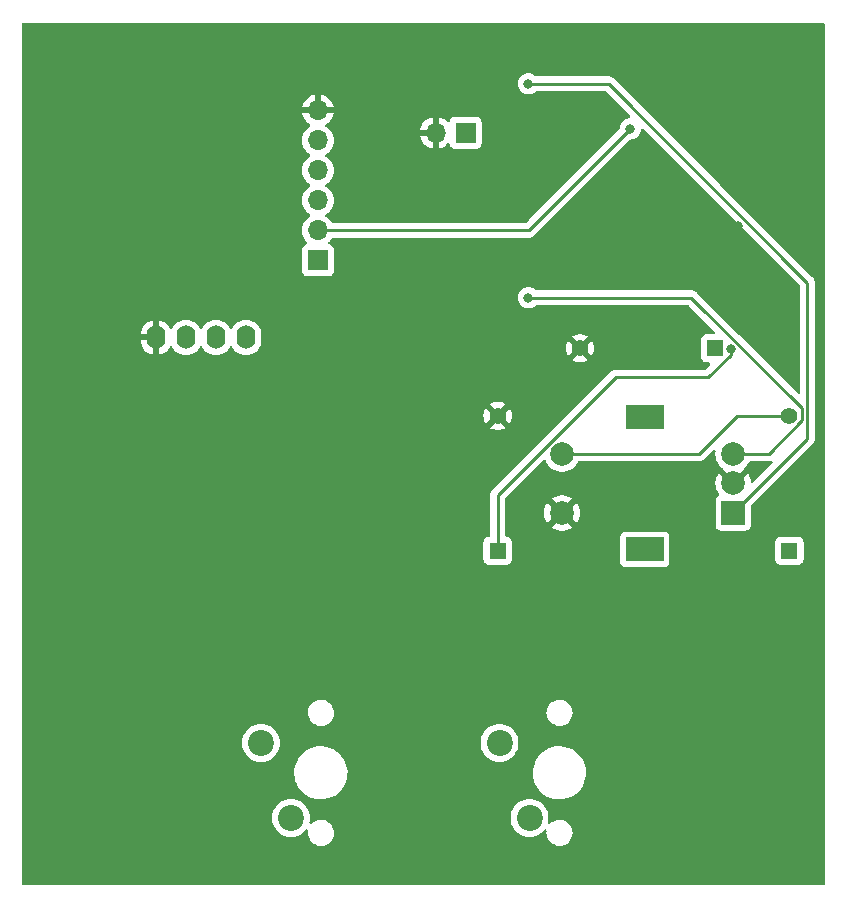
<source format=gbr>
%TF.GenerationSoftware,KiCad,Pcbnew,7.0.10*%
%TF.CreationDate,2025-02-10T10:38:22-05:00*%
%TF.ProjectId,Hackpad,4861636b-7061-4642-9e6b-696361645f70,rev?*%
%TF.SameCoordinates,Original*%
%TF.FileFunction,Copper,L2,Bot*%
%TF.FilePolarity,Positive*%
%FSLAX46Y46*%
G04 Gerber Fmt 4.6, Leading zero omitted, Abs format (unit mm)*
G04 Created by KiCad (PCBNEW 7.0.10) date 2025-02-10 10:38:22*
%MOMM*%
%LPD*%
G01*
G04 APERTURE LIST*
%TA.AperFunction,ComponentPad*%
%ADD10R,1.700000X1.700000*%
%TD*%
%TA.AperFunction,ComponentPad*%
%ADD11O,1.700000X1.700000*%
%TD*%
%TA.AperFunction,ComponentPad*%
%ADD12R,1.397000X1.397000*%
%TD*%
%TA.AperFunction,ComponentPad*%
%ADD13C,1.397000*%
%TD*%
%TA.AperFunction,ComponentPad*%
%ADD14O,1.600000X2.000000*%
%TD*%
%TA.AperFunction,ComponentPad*%
%ADD15C,2.200000*%
%TD*%
%TA.AperFunction,ComponentPad*%
%ADD16R,2.000000X2.000000*%
%TD*%
%TA.AperFunction,ComponentPad*%
%ADD17C,2.000000*%
%TD*%
%TA.AperFunction,ComponentPad*%
%ADD18R,3.200000X2.000000*%
%TD*%
%TA.AperFunction,ViaPad*%
%ADD19C,0.800000*%
%TD*%
%TA.AperFunction,Conductor*%
%ADD20C,0.250000*%
%TD*%
G04 APERTURE END LIST*
D10*
%TO.P,J1,1,Pin_1*%
%TO.N,+3V3*%
X136080000Y-78120000D03*
D11*
%TO.P,J1,2,Pin_2*%
%TO.N,CS_SD*%
X136080000Y-75580000D03*
%TO.P,J1,3,Pin_3*%
%TO.N,MOSI*%
X136080000Y-73040000D03*
%TO.P,J1,4,Pin_4*%
%TO.N,CLK*%
X136080000Y-70500000D03*
%TO.P,J1,5,Pin_5*%
%TO.N,MISO*%
X136080000Y-67960000D03*
%TO.P,J1,6,Pin_6*%
%TO.N,GND*%
X136080000Y-65420000D03*
%TD*%
D10*
%TO.P,J2,1,Pin_1*%
%TO.N,+5V*%
X148590000Y-67310000D03*
D11*
%TO.P,J2,2,Pin_2*%
%TO.N,GND*%
X146050000Y-67310000D03*
%TD*%
D12*
%TO.P,R2,1*%
%TO.N,S2*%
X169715000Y-85570000D03*
D13*
%TO.P,R2,2*%
%TO.N,GND*%
X158285000Y-85570000D03*
%TD*%
D12*
%TO.P,R3,1*%
%TO.N,+3V3*%
X176000000Y-102715000D03*
D13*
%TO.P,R3,2*%
%TO.N,ENC_C*%
X176000000Y-91285000D03*
%TD*%
D14*
%TO.P,Brd1,1,GND*%
%TO.N,GND*%
X122380000Y-84650000D03*
%TO.P,Brd1,2,VCC*%
%TO.N,+3V3*%
X124920000Y-84650000D03*
%TO.P,Brd1,3,SCL*%
%TO.N,SCL*%
X127460000Y-84650000D03*
%TO.P,Brd1,4,SDA*%
%TO.N,SDA*%
X130000000Y-84650000D03*
%TD*%
D15*
%TO.P,SW1,1,1*%
%TO.N,+3V3*%
X131260000Y-118968700D03*
%TO.P,SW1,2,2*%
%TO.N,S1*%
X133800000Y-125318700D03*
%TD*%
%TO.P,SW2,1,1*%
%TO.N,+3V3*%
X151460000Y-118968700D03*
%TO.P,SW2,2,2*%
%TO.N,S2*%
X154000000Y-125318700D03*
%TD*%
D16*
%TO.P,SW4,A,A*%
%TO.N,ENC_A*%
X171250000Y-99500000D03*
D17*
%TO.P,SW4,B,B*%
%TO.N,ENC_B*%
X171250000Y-94500000D03*
%TO.P,SW4,C,C*%
%TO.N,GND*%
X171250000Y-97000000D03*
D18*
%TO.P,SW4,MP*%
%TO.N,N/C*%
X163750000Y-102600000D03*
X163750000Y-91400000D03*
D17*
%TO.P,SW4,S1,S1*%
%TO.N,ENC_C*%
X156750000Y-94500000D03*
%TO.P,SW4,S2,S2*%
%TO.N,GND*%
X156750000Y-99500000D03*
%TD*%
D12*
%TO.P,R1,1*%
%TO.N,S1*%
X151300000Y-102715000D03*
D13*
%TO.P,R1,2*%
%TO.N,GND*%
X151300000Y-91285000D03*
%TD*%
D19*
%TO.N,GND*%
X171657000Y-75219700D03*
X169582000Y-77438400D03*
%TO.N,CS_SD*%
X162550000Y-66977700D03*
%TO.N,S1*%
X171049000Y-85658400D03*
%TO.N,ENC_A*%
X153895000Y-63171900D03*
%TO.N,ENC_B*%
X153895000Y-81289600D03*
%TD*%
D20*
%TO.N,ENC_C*%
X168353000Y-94500000D02*
X171568000Y-91285000D01*
X171568000Y-91285000D02*
X176000000Y-91285000D01*
X156750000Y-94500000D02*
X168353000Y-94500000D01*
%TO.N,CS_SD*%
X162550000Y-66977700D02*
X153948000Y-75580000D01*
X153948000Y-75580000D02*
X136080000Y-75580000D01*
%TO.N,S1*%
X171049000Y-86102000D02*
X171049000Y-85658400D01*
X151300000Y-98030400D02*
X161307000Y-88023800D01*
X161307000Y-88023800D02*
X169128000Y-88023800D01*
X169128000Y-88023800D02*
X171049000Y-86102000D01*
X151300000Y-102715000D02*
X151300000Y-98030400D01*
%TO.N,ENC_A*%
X177532000Y-93218500D02*
X177532000Y-80006000D01*
X177532000Y-80006000D02*
X160697000Y-63171900D01*
X171250000Y-99500000D02*
X177532000Y-93218500D01*
X160697000Y-63171900D02*
X153895000Y-63171900D01*
%TO.N,ENC_B*%
X171250000Y-94500000D02*
X174245000Y-94500000D01*
X177077000Y-90658000D02*
X167708000Y-81289600D01*
X167708000Y-81289600D02*
X153895000Y-81289600D01*
X177077000Y-91668400D02*
X177077000Y-90658000D01*
X174245000Y-94500000D02*
X177077000Y-91668400D01*
%TD*%
%TA.AperFunction,Conductor*%
%TO.N,GND*%
G36*
X174561405Y-95125429D02*
G01*
X174596111Y-95186070D01*
X174592522Y-95255847D01*
X174563174Y-95302532D01*
X172952754Y-96912823D01*
X172891429Y-96946305D01*
X172821738Y-96941318D01*
X172765806Y-96899444D01*
X172741499Y-96835377D01*
X172734612Y-96752259D01*
X172673587Y-96511282D01*
X172573731Y-96283630D01*
X172473434Y-96130116D01*
X171733076Y-96870474D01*
X171709493Y-96790156D01*
X171631761Y-96669202D01*
X171523100Y-96575048D01*
X171392315Y-96515320D01*
X171382534Y-96513913D01*
X172125898Y-95770548D01*
X172136515Y-95723852D01*
X172168621Y-95686444D01*
X172269744Y-95607738D01*
X172438164Y-95424785D01*
X172574173Y-95216607D01*
X172574175Y-95216603D01*
X172581595Y-95199689D01*
X172626551Y-95146203D01*
X172693287Y-95125514D01*
X172695150Y-95125500D01*
X174162233Y-95125500D01*
X174177833Y-95127222D01*
X174177861Y-95126934D01*
X174185622Y-95127668D01*
X174185622Y-95127667D01*
X174185623Y-95127668D01*
X174252832Y-95125560D01*
X174256718Y-95125500D01*
X174284351Y-95125500D01*
X174288297Y-95125001D01*
X174299968Y-95124082D01*
X174343583Y-95122716D01*
X174362844Y-95117120D01*
X174381888Y-95113177D01*
X174401792Y-95110664D01*
X174429846Y-95099555D01*
X174499424Y-95093178D01*
X174561405Y-95125429D01*
G37*
%TD.AperFunction*%
%TA.AperFunction,Conductor*%
G36*
X178943039Y-58019685D02*
G01*
X178988794Y-58072489D01*
X179000000Y-58124000D01*
X179000000Y-130876000D01*
X178980315Y-130943039D01*
X178927511Y-130988794D01*
X178876000Y-131000000D01*
X111124000Y-131000000D01*
X111056961Y-130980315D01*
X111011206Y-130927511D01*
X111000000Y-130876000D01*
X111000000Y-125318700D01*
X132194551Y-125318700D01*
X132214317Y-125569851D01*
X132273126Y-125814810D01*
X132369533Y-126047559D01*
X132501160Y-126262353D01*
X132501161Y-126262356D01*
X132501164Y-126262359D01*
X132664776Y-126453924D01*
X132813066Y-126580575D01*
X132856343Y-126617538D01*
X132856346Y-126617539D01*
X133071140Y-126749166D01*
X133303889Y-126845573D01*
X133548852Y-126904383D01*
X133800000Y-126924149D01*
X134051148Y-126904383D01*
X134296111Y-126845573D01*
X134528859Y-126749166D01*
X134743659Y-126617536D01*
X134935224Y-126453924D01*
X135032853Y-126339614D01*
X135091358Y-126301422D01*
X135161226Y-126300923D01*
X135220273Y-126338277D01*
X135249751Y-126401624D01*
X135249880Y-126437793D01*
X135235746Y-126536098D01*
X135245745Y-126746027D01*
X135295296Y-126950278D01*
X135295298Y-126950282D01*
X135382598Y-127141443D01*
X135382601Y-127141448D01*
X135382602Y-127141450D01*
X135382604Y-127141453D01*
X135445627Y-127229956D01*
X135504515Y-127312653D01*
X135504520Y-127312659D01*
X135656620Y-127457685D01*
X135751578Y-127518711D01*
X135833428Y-127571313D01*
X136028543Y-127649425D01*
X136131729Y-127669312D01*
X136234914Y-127689200D01*
X136234915Y-127689200D01*
X136392419Y-127689200D01*
X136392425Y-127689200D01*
X136549218Y-127674228D01*
X136750875Y-127615016D01*
X136937682Y-127518711D01*
X137102886Y-127388792D01*
X137240519Y-127229956D01*
X137345604Y-127047944D01*
X137414344Y-126849333D01*
X137444254Y-126641302D01*
X137434254Y-126431370D01*
X137384704Y-126227124D01*
X137384701Y-126227117D01*
X137297401Y-126035956D01*
X137297398Y-126035951D01*
X137297397Y-126035950D01*
X137297396Y-126035947D01*
X137175486Y-125864748D01*
X137175484Y-125864746D01*
X137175479Y-125864740D01*
X137023379Y-125719714D01*
X136846574Y-125606088D01*
X136651455Y-125527974D01*
X136445086Y-125488200D01*
X136445085Y-125488200D01*
X136287575Y-125488200D01*
X136130782Y-125503172D01*
X136130778Y-125503173D01*
X135929127Y-125562383D01*
X135742313Y-125658691D01*
X135577116Y-125788605D01*
X135577107Y-125788613D01*
X135572657Y-125793750D01*
X135513877Y-125831522D01*
X135444007Y-125831518D01*
X135385231Y-125793741D01*
X135356209Y-125730184D01*
X135358373Y-125683599D01*
X135385683Y-125569848D01*
X135405449Y-125318700D01*
X152394551Y-125318700D01*
X152414317Y-125569851D01*
X152473126Y-125814810D01*
X152569533Y-126047559D01*
X152701160Y-126262353D01*
X152701161Y-126262356D01*
X152701164Y-126262359D01*
X152864776Y-126453924D01*
X153013066Y-126580575D01*
X153056343Y-126617538D01*
X153056346Y-126617539D01*
X153271140Y-126749166D01*
X153503889Y-126845573D01*
X153748852Y-126904383D01*
X154000000Y-126924149D01*
X154251148Y-126904383D01*
X154496111Y-126845573D01*
X154728859Y-126749166D01*
X154943659Y-126617536D01*
X155135224Y-126453924D01*
X155232853Y-126339614D01*
X155291358Y-126301422D01*
X155361226Y-126300923D01*
X155420273Y-126338277D01*
X155449751Y-126401624D01*
X155449880Y-126437793D01*
X155435746Y-126536098D01*
X155445745Y-126746027D01*
X155495296Y-126950278D01*
X155495298Y-126950282D01*
X155582598Y-127141443D01*
X155582601Y-127141448D01*
X155582602Y-127141450D01*
X155582604Y-127141453D01*
X155645627Y-127229956D01*
X155704515Y-127312653D01*
X155704520Y-127312659D01*
X155856620Y-127457685D01*
X155951578Y-127518711D01*
X156033428Y-127571313D01*
X156228543Y-127649425D01*
X156331729Y-127669312D01*
X156434914Y-127689200D01*
X156434915Y-127689200D01*
X156592419Y-127689200D01*
X156592425Y-127689200D01*
X156749218Y-127674228D01*
X156950875Y-127615016D01*
X157137682Y-127518711D01*
X157302886Y-127388792D01*
X157440519Y-127229956D01*
X157545604Y-127047944D01*
X157614344Y-126849333D01*
X157644254Y-126641302D01*
X157634254Y-126431370D01*
X157584704Y-126227124D01*
X157584701Y-126227117D01*
X157497401Y-126035956D01*
X157497398Y-126035951D01*
X157497397Y-126035950D01*
X157497396Y-126035947D01*
X157375486Y-125864748D01*
X157375484Y-125864746D01*
X157375479Y-125864740D01*
X157223379Y-125719714D01*
X157046574Y-125606088D01*
X156851455Y-125527974D01*
X156645086Y-125488200D01*
X156645085Y-125488200D01*
X156487575Y-125488200D01*
X156330782Y-125503172D01*
X156330778Y-125503173D01*
X156129127Y-125562383D01*
X155942313Y-125658691D01*
X155777116Y-125788605D01*
X155777107Y-125788613D01*
X155772657Y-125793750D01*
X155713877Y-125831522D01*
X155644007Y-125831518D01*
X155585231Y-125793741D01*
X155556209Y-125730184D01*
X155558373Y-125683599D01*
X155585683Y-125569848D01*
X155605449Y-125318700D01*
X155585683Y-125067552D01*
X155526873Y-124822589D01*
X155430466Y-124589841D01*
X155430466Y-124589840D01*
X155298839Y-124375046D01*
X155298838Y-124375043D01*
X155261875Y-124331766D01*
X155135224Y-124183476D01*
X155008571Y-124075304D01*
X154943656Y-124019861D01*
X154943653Y-124019860D01*
X154728859Y-123888233D01*
X154496110Y-123791826D01*
X154251151Y-123733017D01*
X154000000Y-123713251D01*
X153748848Y-123733017D01*
X153503889Y-123791826D01*
X153271140Y-123888233D01*
X153056346Y-124019860D01*
X153056343Y-124019861D01*
X152864776Y-124183476D01*
X152701161Y-124375043D01*
X152701160Y-124375046D01*
X152569533Y-124589840D01*
X152473126Y-124822589D01*
X152414317Y-125067548D01*
X152394551Y-125318700D01*
X135405449Y-125318700D01*
X135385683Y-125067552D01*
X135326873Y-124822589D01*
X135230466Y-124589841D01*
X135230466Y-124589840D01*
X135098839Y-124375046D01*
X135098838Y-124375043D01*
X135061875Y-124331766D01*
X134935224Y-124183476D01*
X134808571Y-124075304D01*
X134743656Y-124019861D01*
X134743653Y-124019860D01*
X134528859Y-123888233D01*
X134296110Y-123791826D01*
X134051151Y-123733017D01*
X133800000Y-123713251D01*
X133548848Y-123733017D01*
X133303889Y-123791826D01*
X133071140Y-123888233D01*
X132856346Y-124019860D01*
X132856343Y-124019861D01*
X132664776Y-124183476D01*
X132501161Y-124375043D01*
X132501160Y-124375046D01*
X132369533Y-124589840D01*
X132273126Y-124822589D01*
X132214317Y-125067548D01*
X132194551Y-125318700D01*
X111000000Y-125318700D01*
X111000000Y-121584073D01*
X134085723Y-121584073D01*
X134115881Y-121883860D01*
X134115882Y-121883862D01*
X134185728Y-122176952D01*
X134185733Y-122176966D01*
X134294020Y-122458127D01*
X134294024Y-122458136D01*
X134438825Y-122722365D01*
X134438829Y-122722371D01*
X134617551Y-122964934D01*
X134617554Y-122964938D01*
X134617561Y-122964945D01*
X134827019Y-123181523D01*
X135063478Y-123368253D01*
X135063480Y-123368254D01*
X135063485Y-123368258D01*
X135322730Y-123521809D01*
X135600128Y-123639436D01*
X135890729Y-123719040D01*
X136189347Y-123759200D01*
X136189351Y-123759200D01*
X136415252Y-123759200D01*
X136579164Y-123748226D01*
X136640634Y-123744112D01*
X136935903Y-123684096D01*
X137220537Y-123585260D01*
X137489459Y-123449368D01*
X137737869Y-123278844D01*
X137961333Y-123076732D01*
X138155865Y-122846639D01*
X138317993Y-122592670D01*
X138444823Y-122319358D01*
X138534093Y-122031579D01*
X138584209Y-121734470D01*
X138589237Y-121584073D01*
X154285723Y-121584073D01*
X154315881Y-121883860D01*
X154315882Y-121883862D01*
X154385728Y-122176952D01*
X154385733Y-122176966D01*
X154494020Y-122458127D01*
X154494024Y-122458136D01*
X154638825Y-122722365D01*
X154638829Y-122722371D01*
X154817551Y-122964934D01*
X154817554Y-122964938D01*
X154817561Y-122964945D01*
X155027019Y-123181523D01*
X155263478Y-123368253D01*
X155263480Y-123368254D01*
X155263485Y-123368258D01*
X155522730Y-123521809D01*
X155800128Y-123639436D01*
X156090729Y-123719040D01*
X156389347Y-123759200D01*
X156389351Y-123759200D01*
X156615252Y-123759200D01*
X156779164Y-123748226D01*
X156840634Y-123744112D01*
X157135903Y-123684096D01*
X157420537Y-123585260D01*
X157689459Y-123449368D01*
X157937869Y-123278844D01*
X158161333Y-123076732D01*
X158355865Y-122846639D01*
X158517993Y-122592670D01*
X158644823Y-122319358D01*
X158734093Y-122031579D01*
X158784209Y-121734470D01*
X158794277Y-121433331D01*
X158764118Y-121133538D01*
X158694269Y-120840439D01*
X158585977Y-120559266D01*
X158441175Y-120295035D01*
X158262446Y-120052462D01*
X158052980Y-119835876D01*
X157929742Y-119738556D01*
X157816521Y-119649146D01*
X157816517Y-119649143D01*
X157816515Y-119649142D01*
X157557270Y-119495591D01*
X157279872Y-119377964D01*
X157279863Y-119377961D01*
X156989272Y-119298360D01*
X156914616Y-119288320D01*
X156690653Y-119258200D01*
X156464756Y-119258200D01*
X156464748Y-119258200D01*
X156239368Y-119273287D01*
X156239359Y-119273289D01*
X155944094Y-119333304D01*
X155659464Y-119432139D01*
X155659459Y-119432141D01*
X155390546Y-119568028D01*
X155142125Y-119738560D01*
X154918665Y-119940669D01*
X154724132Y-120170764D01*
X154562006Y-120424730D01*
X154562005Y-120424732D01*
X154492669Y-120574149D01*
X154435177Y-120698042D01*
X154435176Y-120698046D01*
X154345907Y-120985818D01*
X154295791Y-121282930D01*
X154285723Y-121584073D01*
X138589237Y-121584073D01*
X138594277Y-121433331D01*
X138564118Y-121133538D01*
X138494269Y-120840439D01*
X138385977Y-120559266D01*
X138241175Y-120295035D01*
X138062446Y-120052462D01*
X137852980Y-119835876D01*
X137729742Y-119738556D01*
X137616521Y-119649146D01*
X137616517Y-119649143D01*
X137616515Y-119649142D01*
X137357270Y-119495591D01*
X137079872Y-119377964D01*
X137079863Y-119377961D01*
X136789272Y-119298360D01*
X136714616Y-119288320D01*
X136490653Y-119258200D01*
X136264756Y-119258200D01*
X136264748Y-119258200D01*
X136039368Y-119273287D01*
X136039359Y-119273289D01*
X135744094Y-119333304D01*
X135459464Y-119432139D01*
X135459459Y-119432141D01*
X135190546Y-119568028D01*
X134942125Y-119738560D01*
X134718665Y-119940669D01*
X134524132Y-120170764D01*
X134362006Y-120424730D01*
X134362005Y-120424732D01*
X134292669Y-120574149D01*
X134235177Y-120698042D01*
X134235176Y-120698046D01*
X134145907Y-120985818D01*
X134095791Y-121282930D01*
X134085723Y-121584073D01*
X111000000Y-121584073D01*
X111000000Y-118968700D01*
X129654551Y-118968700D01*
X129674317Y-119219851D01*
X129733126Y-119464810D01*
X129829533Y-119697559D01*
X129961160Y-119912353D01*
X129961161Y-119912356D01*
X129961164Y-119912359D01*
X130124776Y-120103924D01*
X130203036Y-120170764D01*
X130316343Y-120267538D01*
X130316346Y-120267539D01*
X130531140Y-120399166D01*
X130763889Y-120495573D01*
X131008852Y-120554383D01*
X131260000Y-120574149D01*
X131511148Y-120554383D01*
X131756111Y-120495573D01*
X131988859Y-120399166D01*
X132203659Y-120267536D01*
X132395224Y-120103924D01*
X132558836Y-119912359D01*
X132690466Y-119697559D01*
X132786873Y-119464811D01*
X132845683Y-119219848D01*
X132865449Y-118968700D01*
X149854551Y-118968700D01*
X149874317Y-119219851D01*
X149933126Y-119464810D01*
X150029533Y-119697559D01*
X150161160Y-119912353D01*
X150161161Y-119912356D01*
X150161164Y-119912359D01*
X150324776Y-120103924D01*
X150403036Y-120170764D01*
X150516343Y-120267538D01*
X150516346Y-120267539D01*
X150731140Y-120399166D01*
X150963889Y-120495573D01*
X151208852Y-120554383D01*
X151460000Y-120574149D01*
X151711148Y-120554383D01*
X151956111Y-120495573D01*
X152188859Y-120399166D01*
X152403659Y-120267536D01*
X152595224Y-120103924D01*
X152758836Y-119912359D01*
X152890466Y-119697559D01*
X152986873Y-119464811D01*
X153045683Y-119219848D01*
X153065449Y-118968700D01*
X153045683Y-118717552D01*
X152986873Y-118472589D01*
X152890466Y-118239841D01*
X152890466Y-118239840D01*
X152758839Y-118025046D01*
X152758838Y-118025043D01*
X152721875Y-117981766D01*
X152595224Y-117833476D01*
X152468571Y-117725304D01*
X152403656Y-117669861D01*
X152403653Y-117669860D01*
X152188859Y-117538233D01*
X151956110Y-117441826D01*
X151711151Y-117383017D01*
X151460000Y-117363251D01*
X151208848Y-117383017D01*
X150963889Y-117441826D01*
X150731140Y-117538233D01*
X150516346Y-117669860D01*
X150516343Y-117669861D01*
X150324776Y-117833476D01*
X150161161Y-118025043D01*
X150161160Y-118025046D01*
X150029533Y-118239840D01*
X149933126Y-118472589D01*
X149874317Y-118717548D01*
X149854551Y-118968700D01*
X132865449Y-118968700D01*
X132845683Y-118717552D01*
X132786873Y-118472589D01*
X132690466Y-118239841D01*
X132690466Y-118239840D01*
X132558839Y-118025046D01*
X132558838Y-118025043D01*
X132521875Y-117981766D01*
X132395224Y-117833476D01*
X132268571Y-117725304D01*
X132203656Y-117669861D01*
X132203653Y-117669860D01*
X131988859Y-117538233D01*
X131756110Y-117441826D01*
X131511151Y-117383017D01*
X131260000Y-117363251D01*
X131008848Y-117383017D01*
X130763889Y-117441826D01*
X130531140Y-117538233D01*
X130316346Y-117669860D01*
X130316343Y-117669861D01*
X130124776Y-117833476D01*
X129961161Y-118025043D01*
X129961160Y-118025046D01*
X129829533Y-118239840D01*
X129733126Y-118472589D01*
X129674317Y-118717548D01*
X129654551Y-118968700D01*
X111000000Y-118968700D01*
X111000000Y-116376101D01*
X135235746Y-116376101D01*
X135245745Y-116586027D01*
X135295296Y-116790278D01*
X135295298Y-116790282D01*
X135382598Y-116981443D01*
X135382601Y-116981448D01*
X135382602Y-116981450D01*
X135382604Y-116981453D01*
X135445627Y-117069956D01*
X135504515Y-117152653D01*
X135504520Y-117152659D01*
X135656620Y-117297685D01*
X135789399Y-117383017D01*
X135833428Y-117411313D01*
X136028543Y-117489425D01*
X136131729Y-117509312D01*
X136234914Y-117529200D01*
X136234915Y-117529200D01*
X136392419Y-117529200D01*
X136392425Y-117529200D01*
X136549218Y-117514228D01*
X136750875Y-117455016D01*
X136937682Y-117358711D01*
X137102886Y-117228792D01*
X137240519Y-117069956D01*
X137345604Y-116887944D01*
X137414344Y-116689333D01*
X137444254Y-116481302D01*
X137439243Y-116376101D01*
X155435746Y-116376101D01*
X155445745Y-116586027D01*
X155495296Y-116790278D01*
X155495298Y-116790282D01*
X155582598Y-116981443D01*
X155582601Y-116981448D01*
X155582602Y-116981450D01*
X155582604Y-116981453D01*
X155645627Y-117069956D01*
X155704515Y-117152653D01*
X155704520Y-117152659D01*
X155856620Y-117297685D01*
X155989399Y-117383017D01*
X156033428Y-117411313D01*
X156228543Y-117489425D01*
X156331729Y-117509312D01*
X156434914Y-117529200D01*
X156434915Y-117529200D01*
X156592419Y-117529200D01*
X156592425Y-117529200D01*
X156749218Y-117514228D01*
X156950875Y-117455016D01*
X157137682Y-117358711D01*
X157302886Y-117228792D01*
X157440519Y-117069956D01*
X157545604Y-116887944D01*
X157614344Y-116689333D01*
X157644254Y-116481302D01*
X157634254Y-116271370D01*
X157584704Y-116067124D01*
X157584701Y-116067117D01*
X157497401Y-115875956D01*
X157497398Y-115875951D01*
X157497397Y-115875950D01*
X157497396Y-115875947D01*
X157375486Y-115704748D01*
X157375484Y-115704746D01*
X157375479Y-115704740D01*
X157223379Y-115559714D01*
X157046574Y-115446088D01*
X156851455Y-115367974D01*
X156645086Y-115328200D01*
X156645085Y-115328200D01*
X156487575Y-115328200D01*
X156330782Y-115343172D01*
X156330778Y-115343173D01*
X156129127Y-115402383D01*
X155942313Y-115498691D01*
X155777116Y-115628605D01*
X155777112Y-115628609D01*
X155639478Y-115787446D01*
X155534398Y-115969450D01*
X155465656Y-116168065D01*
X155465656Y-116168067D01*
X155450804Y-116271370D01*
X155435746Y-116376101D01*
X137439243Y-116376101D01*
X137434254Y-116271370D01*
X137384704Y-116067124D01*
X137384701Y-116067117D01*
X137297401Y-115875956D01*
X137297398Y-115875951D01*
X137297397Y-115875950D01*
X137297396Y-115875947D01*
X137175486Y-115704748D01*
X137175484Y-115704746D01*
X137175479Y-115704740D01*
X137023379Y-115559714D01*
X136846574Y-115446088D01*
X136651455Y-115367974D01*
X136445086Y-115328200D01*
X136445085Y-115328200D01*
X136287575Y-115328200D01*
X136130782Y-115343172D01*
X136130778Y-115343173D01*
X135929127Y-115402383D01*
X135742313Y-115498691D01*
X135577116Y-115628605D01*
X135577112Y-115628609D01*
X135439478Y-115787446D01*
X135334398Y-115969450D01*
X135265656Y-116168065D01*
X135265656Y-116168067D01*
X135250804Y-116271370D01*
X135235746Y-116376101D01*
X111000000Y-116376101D01*
X111000000Y-91285000D01*
X150096366Y-91285000D01*
X150116859Y-91506166D01*
X150116860Y-91506168D01*
X150177643Y-91719798D01*
X150177649Y-91719813D01*
X150276652Y-91918636D01*
X150292208Y-91939236D01*
X150860680Y-91370765D01*
X150861749Y-91385028D01*
X150910703Y-91509760D01*
X150994248Y-91614522D01*
X151104960Y-91690004D01*
X151214698Y-91723854D01*
X150647761Y-92290790D01*
X150647762Y-92290791D01*
X150763490Y-92362447D01*
X150763496Y-92362450D01*
X150970607Y-92442684D01*
X151188945Y-92483500D01*
X151411055Y-92483500D01*
X151629392Y-92442684D01*
X151836505Y-92362449D01*
X151836506Y-92362448D01*
X151952237Y-92290790D01*
X151383398Y-91721950D01*
X151432499Y-91714550D01*
X151553224Y-91656412D01*
X151651450Y-91565272D01*
X151718447Y-91449228D01*
X151736906Y-91368353D01*
X152307790Y-91939236D01*
X152323348Y-91918634D01*
X152323353Y-91918626D01*
X152422350Y-91719813D01*
X152422356Y-91719798D01*
X152483139Y-91506168D01*
X152483140Y-91506166D01*
X152503634Y-91285000D01*
X152503634Y-91284999D01*
X152483140Y-91063833D01*
X152483139Y-91063831D01*
X152422356Y-90850201D01*
X152422350Y-90850186D01*
X152323353Y-90651374D01*
X152323348Y-90651367D01*
X152307789Y-90630762D01*
X151739319Y-91199232D01*
X151738251Y-91184972D01*
X151689297Y-91060240D01*
X151605752Y-90955478D01*
X151495040Y-90879996D01*
X151385300Y-90846145D01*
X151952237Y-90279208D01*
X151952236Y-90279207D01*
X151836509Y-90207552D01*
X151836503Y-90207549D01*
X151629392Y-90127315D01*
X151411055Y-90086500D01*
X151188945Y-90086500D01*
X150970607Y-90127315D01*
X150763495Y-90207550D01*
X150647761Y-90279208D01*
X151216602Y-90848049D01*
X151167501Y-90855450D01*
X151046776Y-90913588D01*
X150948550Y-91004728D01*
X150881553Y-91120772D01*
X150863093Y-91201646D01*
X150292209Y-90630762D01*
X150276651Y-90651365D01*
X150177649Y-90850186D01*
X150177643Y-90850201D01*
X150116860Y-91063831D01*
X150116859Y-91063833D01*
X150096366Y-91284999D01*
X150096366Y-91285000D01*
X111000000Y-91285000D01*
X111000000Y-84906766D01*
X121080000Y-84906766D01*
X121094858Y-85076599D01*
X121094860Y-85076610D01*
X121153730Y-85296317D01*
X121153734Y-85296326D01*
X121249865Y-85502482D01*
X121380342Y-85688820D01*
X121541179Y-85849657D01*
X121727517Y-85980134D01*
X121933673Y-86076265D01*
X121933682Y-86076269D01*
X122129999Y-86128872D01*
X122130000Y-86128871D01*
X122130000Y-85085501D01*
X122237685Y-85134680D01*
X122344237Y-85150000D01*
X122415763Y-85150000D01*
X122522315Y-85134680D01*
X122630000Y-85085501D01*
X122630000Y-86128872D01*
X122826317Y-86076269D01*
X122826326Y-86076265D01*
X123032482Y-85980134D01*
X123218820Y-85849657D01*
X123379657Y-85688820D01*
X123510132Y-85502484D01*
X123537341Y-85444134D01*
X123583513Y-85391695D01*
X123650707Y-85372542D01*
X123717588Y-85392757D01*
X123762106Y-85444133D01*
X123789431Y-85502732D01*
X123789432Y-85502734D01*
X123919954Y-85689141D01*
X124080858Y-85850045D01*
X124080861Y-85850047D01*
X124267266Y-85980568D01*
X124473504Y-86076739D01*
X124693308Y-86135635D01*
X124855230Y-86149801D01*
X124919998Y-86155468D01*
X124920000Y-86155468D01*
X124920002Y-86155468D01*
X124976673Y-86150509D01*
X125146692Y-86135635D01*
X125366496Y-86076739D01*
X125572734Y-85980568D01*
X125759139Y-85850047D01*
X125920047Y-85689139D01*
X126050568Y-85502734D01*
X126077618Y-85444724D01*
X126123790Y-85392285D01*
X126190983Y-85373133D01*
X126257865Y-85393348D01*
X126302382Y-85444725D01*
X126329429Y-85502728D01*
X126329432Y-85502734D01*
X126459954Y-85689141D01*
X126620858Y-85850045D01*
X126620861Y-85850047D01*
X126807266Y-85980568D01*
X127013504Y-86076739D01*
X127233308Y-86135635D01*
X127395230Y-86149801D01*
X127459998Y-86155468D01*
X127460000Y-86155468D01*
X127460002Y-86155468D01*
X127516673Y-86150509D01*
X127686692Y-86135635D01*
X127906496Y-86076739D01*
X128112734Y-85980568D01*
X128299139Y-85850047D01*
X128460047Y-85689139D01*
X128590568Y-85502734D01*
X128617618Y-85444724D01*
X128663790Y-85392285D01*
X128730983Y-85373133D01*
X128797865Y-85393348D01*
X128842382Y-85444725D01*
X128869429Y-85502728D01*
X128869432Y-85502734D01*
X128999954Y-85689141D01*
X129160858Y-85850045D01*
X129160861Y-85850047D01*
X129347266Y-85980568D01*
X129553504Y-86076739D01*
X129773308Y-86135635D01*
X129935230Y-86149801D01*
X129999998Y-86155468D01*
X130000000Y-86155468D01*
X130000002Y-86155468D01*
X130056673Y-86150509D01*
X130226692Y-86135635D01*
X130446496Y-86076739D01*
X130652734Y-85980568D01*
X130839139Y-85850047D01*
X131000047Y-85689139D01*
X131083468Y-85570000D01*
X157081366Y-85570000D01*
X157101859Y-85791166D01*
X157101860Y-85791168D01*
X157162643Y-86004798D01*
X157162649Y-86004813D01*
X157261652Y-86203636D01*
X157277208Y-86224236D01*
X157845680Y-85655765D01*
X157846749Y-85670028D01*
X157895703Y-85794760D01*
X157979248Y-85899522D01*
X158089960Y-85975004D01*
X158199698Y-86008854D01*
X157632761Y-86575790D01*
X157632762Y-86575791D01*
X157748490Y-86647447D01*
X157748496Y-86647450D01*
X157955607Y-86727684D01*
X158173945Y-86768500D01*
X158396055Y-86768500D01*
X158614392Y-86727684D01*
X158821505Y-86647449D01*
X158821506Y-86647448D01*
X158937237Y-86575790D01*
X158368398Y-86006950D01*
X158417499Y-85999550D01*
X158538224Y-85941412D01*
X158636450Y-85850272D01*
X158703447Y-85734228D01*
X158721906Y-85653353D01*
X159292790Y-86224236D01*
X159308348Y-86203634D01*
X159308353Y-86203626D01*
X159407350Y-86004813D01*
X159407356Y-86004798D01*
X159468139Y-85791168D01*
X159468140Y-85791166D01*
X159488634Y-85570000D01*
X159488634Y-85569999D01*
X159468140Y-85348833D01*
X159468139Y-85348831D01*
X159407356Y-85135201D01*
X159407350Y-85135186D01*
X159308353Y-84936374D01*
X159308348Y-84936367D01*
X159292789Y-84915762D01*
X158724319Y-85484232D01*
X158723251Y-85469972D01*
X158674297Y-85345240D01*
X158590752Y-85240478D01*
X158480040Y-85164996D01*
X158370300Y-85131145D01*
X158937237Y-84564208D01*
X158937236Y-84564207D01*
X158821509Y-84492552D01*
X158821503Y-84492549D01*
X158614392Y-84412315D01*
X158396055Y-84371500D01*
X158173945Y-84371500D01*
X157955607Y-84412315D01*
X157748495Y-84492550D01*
X157632761Y-84564208D01*
X158201602Y-85133049D01*
X158152501Y-85140450D01*
X158031776Y-85198588D01*
X157933550Y-85289728D01*
X157866553Y-85405772D01*
X157848093Y-85486646D01*
X157277209Y-84915762D01*
X157261651Y-84936365D01*
X157162649Y-85135186D01*
X157162643Y-85135201D01*
X157101860Y-85348831D01*
X157101859Y-85348833D01*
X157081366Y-85569999D01*
X157081366Y-85570000D01*
X131083468Y-85570000D01*
X131130568Y-85502734D01*
X131226739Y-85296496D01*
X131285635Y-85076692D01*
X131300500Y-84906784D01*
X131300500Y-84393216D01*
X131285635Y-84223308D01*
X131226739Y-84003504D01*
X131130568Y-83797266D01*
X131000047Y-83610861D01*
X131000045Y-83610858D01*
X130839141Y-83449954D01*
X130652734Y-83319432D01*
X130652732Y-83319431D01*
X130446497Y-83223261D01*
X130446488Y-83223258D01*
X130226697Y-83164366D01*
X130226693Y-83164365D01*
X130226692Y-83164365D01*
X130226691Y-83164364D01*
X130226686Y-83164364D01*
X130000002Y-83144532D01*
X129999998Y-83144532D01*
X129773313Y-83164364D01*
X129773302Y-83164366D01*
X129553511Y-83223258D01*
X129553502Y-83223261D01*
X129347267Y-83319431D01*
X129347265Y-83319432D01*
X129160858Y-83449954D01*
X128999954Y-83610858D01*
X128869432Y-83797265D01*
X128869431Y-83797267D01*
X128842382Y-83855275D01*
X128796209Y-83907714D01*
X128729016Y-83926866D01*
X128662135Y-83906650D01*
X128617618Y-83855275D01*
X128590686Y-83797520D01*
X128590568Y-83797266D01*
X128460047Y-83610861D01*
X128460045Y-83610858D01*
X128299141Y-83449954D01*
X128112734Y-83319432D01*
X128112732Y-83319431D01*
X127906497Y-83223261D01*
X127906488Y-83223258D01*
X127686697Y-83164366D01*
X127686693Y-83164365D01*
X127686692Y-83164365D01*
X127686691Y-83164364D01*
X127686686Y-83164364D01*
X127460002Y-83144532D01*
X127459998Y-83144532D01*
X127233313Y-83164364D01*
X127233302Y-83164366D01*
X127013511Y-83223258D01*
X127013502Y-83223261D01*
X126807267Y-83319431D01*
X126807265Y-83319432D01*
X126620858Y-83449954D01*
X126459954Y-83610858D01*
X126329432Y-83797265D01*
X126329431Y-83797267D01*
X126302382Y-83855275D01*
X126256209Y-83907714D01*
X126189016Y-83926866D01*
X126122135Y-83906650D01*
X126077618Y-83855275D01*
X126050686Y-83797520D01*
X126050568Y-83797266D01*
X125920047Y-83610861D01*
X125920045Y-83610858D01*
X125759141Y-83449954D01*
X125572734Y-83319432D01*
X125572732Y-83319431D01*
X125366497Y-83223261D01*
X125366488Y-83223258D01*
X125146697Y-83164366D01*
X125146693Y-83164365D01*
X125146692Y-83164365D01*
X125146691Y-83164364D01*
X125146686Y-83164364D01*
X124920002Y-83144532D01*
X124919998Y-83144532D01*
X124693313Y-83164364D01*
X124693302Y-83164366D01*
X124473511Y-83223258D01*
X124473502Y-83223261D01*
X124267267Y-83319431D01*
X124267265Y-83319432D01*
X124080858Y-83449954D01*
X123919954Y-83610858D01*
X123789433Y-83797264D01*
X123789432Y-83797266D01*
X123789315Y-83797518D01*
X123762106Y-83855867D01*
X123715933Y-83908306D01*
X123648739Y-83927457D01*
X123581858Y-83907241D01*
X123537342Y-83855865D01*
X123510135Y-83797520D01*
X123510134Y-83797518D01*
X123379657Y-83611179D01*
X123218820Y-83450342D01*
X123032482Y-83319865D01*
X122826328Y-83223734D01*
X122630000Y-83171127D01*
X122630000Y-84214498D01*
X122522315Y-84165320D01*
X122415763Y-84150000D01*
X122344237Y-84150000D01*
X122237685Y-84165320D01*
X122130000Y-84214498D01*
X122130000Y-83171127D01*
X121933671Y-83223734D01*
X121727517Y-83319865D01*
X121541179Y-83450342D01*
X121380342Y-83611179D01*
X121249865Y-83797517D01*
X121153734Y-84003673D01*
X121153730Y-84003682D01*
X121094860Y-84223389D01*
X121094858Y-84223400D01*
X121080000Y-84393233D01*
X121080000Y-84400000D01*
X121946314Y-84400000D01*
X121920507Y-84440156D01*
X121880000Y-84578111D01*
X121880000Y-84721889D01*
X121920507Y-84859844D01*
X121946314Y-84900000D01*
X121080000Y-84900000D01*
X121080000Y-84906766D01*
X111000000Y-84906766D01*
X111000000Y-75580000D01*
X134724341Y-75580000D01*
X134744936Y-75815403D01*
X134744938Y-75815413D01*
X134806094Y-76043655D01*
X134806096Y-76043659D01*
X134806097Y-76043663D01*
X134882235Y-76206940D01*
X134905965Y-76257830D01*
X134905967Y-76257834D01*
X135014281Y-76412521D01*
X135041501Y-76451396D01*
X135041506Y-76451402D01*
X135163430Y-76573326D01*
X135196915Y-76634649D01*
X135191931Y-76704341D01*
X135150059Y-76760274D01*
X135119083Y-76777189D01*
X134987669Y-76826203D01*
X134987664Y-76826206D01*
X134872455Y-76912452D01*
X134872452Y-76912455D01*
X134786206Y-77027664D01*
X134786202Y-77027671D01*
X134735908Y-77162517D01*
X134729501Y-77222116D01*
X134729501Y-77222123D01*
X134729500Y-77222135D01*
X134729500Y-79017870D01*
X134729501Y-79017876D01*
X134735908Y-79077483D01*
X134786202Y-79212328D01*
X134786206Y-79212335D01*
X134872452Y-79327544D01*
X134872455Y-79327547D01*
X134987664Y-79413793D01*
X134987671Y-79413797D01*
X135122517Y-79464091D01*
X135122516Y-79464091D01*
X135129444Y-79464835D01*
X135182127Y-79470500D01*
X136977872Y-79470499D01*
X137037483Y-79464091D01*
X137172331Y-79413796D01*
X137287546Y-79327546D01*
X137373796Y-79212331D01*
X137424091Y-79077483D01*
X137430500Y-79017873D01*
X137430499Y-77222128D01*
X137424091Y-77162517D01*
X137373796Y-77027669D01*
X137373795Y-77027668D01*
X137373793Y-77027664D01*
X137287547Y-76912455D01*
X137287544Y-76912452D01*
X137172335Y-76826206D01*
X137172328Y-76826202D01*
X137040917Y-76777189D01*
X136984983Y-76735318D01*
X136960566Y-76669853D01*
X136975418Y-76601580D01*
X136996563Y-76573332D01*
X137118495Y-76451401D01*
X137253652Y-76258377D01*
X137308229Y-76214752D01*
X137355227Y-76205500D01*
X153865260Y-76205500D01*
X153880881Y-76207224D01*
X153880908Y-76206940D01*
X153888672Y-76207672D01*
X153888678Y-76207674D01*
X153955889Y-76205561D01*
X153959785Y-76205500D01*
X153987346Y-76205500D01*
X153987350Y-76205500D01*
X153991324Y-76204997D01*
X154002963Y-76204080D01*
X154046638Y-76202708D01*
X154065871Y-76197119D01*
X154084924Y-76193173D01*
X154104792Y-76190664D01*
X154145414Y-76174579D01*
X154156461Y-76170798D01*
X154198400Y-76158613D01*
X154215639Y-76148416D01*
X154233114Y-76139857D01*
X154251730Y-76132487D01*
X154251730Y-76132486D01*
X154251732Y-76132486D01*
X154287071Y-76106809D01*
X154296834Y-76100396D01*
X154334424Y-76078166D01*
X154334424Y-76078165D01*
X154334429Y-76078163D01*
X154348595Y-76063995D01*
X154363376Y-76051371D01*
X154379587Y-76039594D01*
X154407445Y-76005917D01*
X154415267Y-75997321D01*
X162497788Y-67914519D01*
X162559111Y-67881034D01*
X162585471Y-67878200D01*
X162644644Y-67878200D01*
X162644646Y-67878200D01*
X162829803Y-67838844D01*
X163002730Y-67761851D01*
X163155871Y-67650588D01*
X163282533Y-67509916D01*
X163377179Y-67345984D01*
X163435674Y-67165956D01*
X163443782Y-67088810D01*
X163470365Y-67024198D01*
X163527662Y-66984213D01*
X163597481Y-66981553D01*
X163654780Y-67014089D01*
X176870180Y-80228782D01*
X176903666Y-80290103D01*
X176906500Y-80316464D01*
X176906500Y-89303599D01*
X176886815Y-89370638D01*
X176834011Y-89416393D01*
X176764853Y-89426337D01*
X176701297Y-89397312D01*
X176694822Y-89391283D01*
X171715534Y-84412315D01*
X168208795Y-80905800D01*
X168198980Y-80893549D01*
X168198758Y-80893734D01*
X168193789Y-80887729D01*
X168193786Y-80887723D01*
X168144762Y-80841686D01*
X168141968Y-80838978D01*
X168122459Y-80819470D01*
X168122456Y-80819467D01*
X168119282Y-80817005D01*
X168110408Y-80809425D01*
X168078580Y-80779536D01*
X168061017Y-80769881D01*
X168044758Y-80759201D01*
X168028923Y-80746918D01*
X168028917Y-80746915D01*
X167988847Y-80729577D01*
X167978355Y-80724437D01*
X167940091Y-80703402D01*
X167920671Y-80698416D01*
X167902278Y-80692119D01*
X167883876Y-80684157D01*
X167883874Y-80684156D01*
X167840747Y-80677327D01*
X167829305Y-80674957D01*
X167787022Y-80664100D01*
X167787019Y-80664100D01*
X167766975Y-80664100D01*
X167747581Y-80662574D01*
X167727784Y-80659439D01*
X167727783Y-80659439D01*
X167727780Y-80659438D01*
X167685872Y-80663402D01*
X167684322Y-80663549D01*
X167672649Y-80664100D01*
X154598748Y-80664100D01*
X154531709Y-80644415D01*
X154506600Y-80623074D01*
X154500873Y-80616714D01*
X154500869Y-80616710D01*
X154347734Y-80505451D01*
X154347729Y-80505448D01*
X154174807Y-80428457D01*
X154174802Y-80428455D01*
X154029001Y-80397465D01*
X153989646Y-80389100D01*
X153800354Y-80389100D01*
X153767897Y-80395998D01*
X153615197Y-80428455D01*
X153615192Y-80428457D01*
X153442270Y-80505448D01*
X153442265Y-80505451D01*
X153289129Y-80616711D01*
X153162466Y-80757385D01*
X153067821Y-80921315D01*
X153067818Y-80921322D01*
X153009327Y-81101340D01*
X153009326Y-81101344D01*
X152989540Y-81289600D01*
X153009326Y-81477856D01*
X153009327Y-81477859D01*
X153067818Y-81657877D01*
X153067821Y-81657884D01*
X153162467Y-81821816D01*
X153264185Y-81934785D01*
X153289129Y-81962488D01*
X153442265Y-82073748D01*
X153442270Y-82073751D01*
X153615192Y-82150742D01*
X153615197Y-82150744D01*
X153800354Y-82190100D01*
X153800355Y-82190100D01*
X153989644Y-82190100D01*
X153989646Y-82190100D01*
X154174803Y-82150744D01*
X154347730Y-82073751D01*
X154500871Y-81962488D01*
X154503788Y-81959247D01*
X154506600Y-81956126D01*
X154566087Y-81919479D01*
X154598748Y-81915100D01*
X167397561Y-81915100D01*
X167464600Y-81934785D01*
X167485239Y-81951416D01*
X169693281Y-84159316D01*
X169726768Y-84220638D01*
X169721786Y-84290330D01*
X169679917Y-84346265D01*
X169614453Y-84370684D01*
X169605603Y-84371000D01*
X168968629Y-84371000D01*
X168968623Y-84371001D01*
X168909016Y-84377408D01*
X168774171Y-84427702D01*
X168774164Y-84427706D01*
X168658955Y-84513952D01*
X168658952Y-84513955D01*
X168572706Y-84629164D01*
X168572702Y-84629171D01*
X168522408Y-84764017D01*
X168516001Y-84823616D01*
X168516000Y-84823635D01*
X168516000Y-86316370D01*
X168516001Y-86316376D01*
X168522408Y-86375983D01*
X168572702Y-86510828D01*
X168572706Y-86510835D01*
X168658952Y-86626044D01*
X168658955Y-86626047D01*
X168774164Y-86712293D01*
X168774171Y-86712297D01*
X168815426Y-86727684D01*
X168909017Y-86762591D01*
X168968627Y-86769000D01*
X169198595Y-86768999D01*
X169265634Y-86788683D01*
X169311389Y-86841487D01*
X169321333Y-86910646D01*
X169292308Y-86974201D01*
X169286295Y-86980662D01*
X168905155Y-87361963D01*
X168843839Y-87395461D01*
X168817455Y-87398300D01*
X161389746Y-87398300D01*
X161374135Y-87396576D01*
X161374108Y-87396863D01*
X161366345Y-87396128D01*
X161299149Y-87398239D01*
X161295257Y-87398300D01*
X161267644Y-87398300D01*
X161263674Y-87398802D01*
X161252030Y-87399718D01*
X161208381Y-87401089D01*
X161189134Y-87406680D01*
X161170091Y-87410624D01*
X161150204Y-87413136D01*
X161109603Y-87429211D01*
X161098554Y-87432994D01*
X161056619Y-87445177D01*
X161039360Y-87455383D01*
X161021898Y-87463937D01*
X161003268Y-87471313D01*
X160977565Y-87489987D01*
X160967941Y-87496979D01*
X160958183Y-87503389D01*
X160920589Y-87525621D01*
X160906411Y-87539798D01*
X160891626Y-87552425D01*
X160875412Y-87564205D01*
X160847578Y-87597850D01*
X160839716Y-87606489D01*
X150916212Y-97529598D01*
X150903950Y-97539423D01*
X150904132Y-97539643D01*
X150898121Y-97544615D01*
X150852101Y-97593620D01*
X150849392Y-97596415D01*
X150829894Y-97615912D01*
X150829884Y-97615923D01*
X150827412Y-97619110D01*
X150819842Y-97627971D01*
X150789942Y-97659812D01*
X150789939Y-97659817D01*
X150780289Y-97677369D01*
X150769609Y-97693627D01*
X150757332Y-97709454D01*
X150739976Y-97749556D01*
X150734841Y-97760036D01*
X150713804Y-97798305D01*
X150713801Y-97798311D01*
X150708821Y-97817707D01*
X150702521Y-97836109D01*
X150694566Y-97854491D01*
X150687731Y-97897640D01*
X150685365Y-97909064D01*
X150674500Y-97951381D01*
X150674500Y-97951384D01*
X150674500Y-97971403D01*
X150672973Y-97990804D01*
X150669839Y-98010581D01*
X150673950Y-98054069D01*
X150674500Y-98065736D01*
X150674500Y-101392000D01*
X150654815Y-101459039D01*
X150602011Y-101504794D01*
X150556877Y-101514734D01*
X150556923Y-101515599D01*
X150556929Y-101515646D01*
X150556926Y-101515646D01*
X150556936Y-101515824D01*
X150553623Y-101516001D01*
X150494016Y-101522408D01*
X150359171Y-101572702D01*
X150359164Y-101572706D01*
X150243955Y-101658952D01*
X150243952Y-101658955D01*
X150157706Y-101774164D01*
X150157702Y-101774171D01*
X150107408Y-101909017D01*
X150101001Y-101968616D01*
X150101001Y-101968623D01*
X150101000Y-101968635D01*
X150101000Y-103461370D01*
X150101001Y-103461376D01*
X150107408Y-103520983D01*
X150157702Y-103655828D01*
X150157706Y-103655835D01*
X150243952Y-103771044D01*
X150243955Y-103771047D01*
X150359164Y-103857293D01*
X150359171Y-103857297D01*
X150494017Y-103907591D01*
X150494016Y-103907591D01*
X150500944Y-103908335D01*
X150553627Y-103914000D01*
X152046372Y-103913999D01*
X152105983Y-103907591D01*
X152240831Y-103857296D01*
X152356046Y-103771046D01*
X152442296Y-103655831D01*
X152445265Y-103647870D01*
X161649500Y-103647870D01*
X161649501Y-103647876D01*
X161655908Y-103707483D01*
X161706202Y-103842328D01*
X161706206Y-103842335D01*
X161792452Y-103957544D01*
X161792455Y-103957547D01*
X161907664Y-104043793D01*
X161907671Y-104043797D01*
X162042517Y-104094091D01*
X162042516Y-104094091D01*
X162049444Y-104094835D01*
X162102127Y-104100500D01*
X165397872Y-104100499D01*
X165457483Y-104094091D01*
X165592331Y-104043796D01*
X165707546Y-103957546D01*
X165793796Y-103842331D01*
X165844091Y-103707483D01*
X165850500Y-103647873D01*
X165850500Y-103461370D01*
X174801000Y-103461370D01*
X174801001Y-103461376D01*
X174807408Y-103520983D01*
X174857702Y-103655828D01*
X174857706Y-103655835D01*
X174943952Y-103771044D01*
X174943955Y-103771047D01*
X175059164Y-103857293D01*
X175059171Y-103857297D01*
X175194017Y-103907591D01*
X175194016Y-103907591D01*
X175200944Y-103908335D01*
X175253627Y-103914000D01*
X176746372Y-103913999D01*
X176805983Y-103907591D01*
X176940831Y-103857296D01*
X177056046Y-103771046D01*
X177142296Y-103655831D01*
X177192591Y-103520983D01*
X177199000Y-103461373D01*
X177198999Y-101968628D01*
X177192591Y-101909017D01*
X177142296Y-101774169D01*
X177142295Y-101774168D01*
X177142293Y-101774164D01*
X177056047Y-101658955D01*
X177056044Y-101658952D01*
X176940835Y-101572706D01*
X176940828Y-101572702D01*
X176805982Y-101522408D01*
X176805983Y-101522408D01*
X176746383Y-101516001D01*
X176746381Y-101516000D01*
X176746373Y-101516000D01*
X176746364Y-101516000D01*
X175253629Y-101516000D01*
X175253623Y-101516001D01*
X175194016Y-101522408D01*
X175059171Y-101572702D01*
X175059164Y-101572706D01*
X174943955Y-101658952D01*
X174943952Y-101658955D01*
X174857706Y-101774164D01*
X174857702Y-101774171D01*
X174807408Y-101909017D01*
X174801001Y-101968616D01*
X174801001Y-101968623D01*
X174801000Y-101968635D01*
X174801000Y-103461370D01*
X165850500Y-103461370D01*
X165850499Y-101552128D01*
X165844091Y-101492517D01*
X165793796Y-101357669D01*
X165793795Y-101357668D01*
X165793793Y-101357664D01*
X165707547Y-101242455D01*
X165707544Y-101242452D01*
X165592335Y-101156206D01*
X165592328Y-101156202D01*
X165457482Y-101105908D01*
X165457483Y-101105908D01*
X165397883Y-101099501D01*
X165397881Y-101099500D01*
X165397873Y-101099500D01*
X165397864Y-101099500D01*
X162102129Y-101099500D01*
X162102123Y-101099501D01*
X162042516Y-101105908D01*
X161907671Y-101156202D01*
X161907664Y-101156206D01*
X161792455Y-101242452D01*
X161792452Y-101242455D01*
X161706206Y-101357664D01*
X161706202Y-101357671D01*
X161655908Y-101492517D01*
X161652695Y-101522408D01*
X161649501Y-101552123D01*
X161649500Y-101552135D01*
X161649500Y-103647870D01*
X152445265Y-103647870D01*
X152492591Y-103520983D01*
X152499000Y-103461373D01*
X152498999Y-101968628D01*
X152492591Y-101909017D01*
X152442296Y-101774169D01*
X152442295Y-101774168D01*
X152442293Y-101774164D01*
X152356047Y-101658955D01*
X152356044Y-101658952D01*
X152240835Y-101572706D01*
X152240828Y-101572702D01*
X152105982Y-101522408D01*
X152105983Y-101522408D01*
X152046383Y-101516001D01*
X152046381Y-101516000D01*
X152046373Y-101516000D01*
X152046364Y-101516000D01*
X152043048Y-101515822D01*
X152043138Y-101514132D01*
X151982461Y-101496315D01*
X151936706Y-101443511D01*
X151925500Y-101392000D01*
X151925500Y-99500005D01*
X155244859Y-99500005D01*
X155265385Y-99747729D01*
X155265387Y-99747738D01*
X155326412Y-99988717D01*
X155426266Y-100216364D01*
X155526564Y-100369882D01*
X156266923Y-99629523D01*
X156290507Y-99709844D01*
X156368239Y-99830798D01*
X156476900Y-99924952D01*
X156607685Y-99984680D01*
X156617466Y-99986086D01*
X155879942Y-100723609D01*
X155926768Y-100760055D01*
X155926770Y-100760056D01*
X156145385Y-100878364D01*
X156145396Y-100878369D01*
X156380506Y-100959083D01*
X156625707Y-101000000D01*
X156874293Y-101000000D01*
X157119493Y-100959083D01*
X157354603Y-100878369D01*
X157354614Y-100878364D01*
X157573228Y-100760057D01*
X157573231Y-100760055D01*
X157620056Y-100723609D01*
X156882533Y-99986086D01*
X156892315Y-99984680D01*
X157023100Y-99924952D01*
X157131761Y-99830798D01*
X157209493Y-99709844D01*
X157233076Y-99629524D01*
X157973434Y-100369882D01*
X158073731Y-100216369D01*
X158173587Y-99988717D01*
X158234612Y-99747738D01*
X158234614Y-99747729D01*
X158255141Y-99500005D01*
X158255141Y-99499994D01*
X158234614Y-99252270D01*
X158234612Y-99252261D01*
X158173587Y-99011282D01*
X158073731Y-98783630D01*
X157973434Y-98630116D01*
X157233076Y-99370475D01*
X157209493Y-99290156D01*
X157131761Y-99169202D01*
X157023100Y-99075048D01*
X156892315Y-99015320D01*
X156882534Y-99013913D01*
X157620057Y-98276390D01*
X157620056Y-98276389D01*
X157573229Y-98239943D01*
X157354614Y-98121635D01*
X157354603Y-98121630D01*
X157119493Y-98040916D01*
X156874293Y-98000000D01*
X156625707Y-98000000D01*
X156380506Y-98040916D01*
X156145396Y-98121630D01*
X156145390Y-98121632D01*
X155926761Y-98239949D01*
X155879942Y-98276388D01*
X155879942Y-98276390D01*
X156617466Y-99013913D01*
X156607685Y-99015320D01*
X156476900Y-99075048D01*
X156368239Y-99169202D01*
X156290507Y-99290156D01*
X156266923Y-99370475D01*
X155526564Y-98630116D01*
X155426267Y-98783632D01*
X155326412Y-99011282D01*
X155265387Y-99252261D01*
X155265385Y-99252270D01*
X155244859Y-99499994D01*
X155244859Y-99500005D01*
X151925500Y-99500005D01*
X151925500Y-98340860D01*
X151945185Y-98273821D01*
X151961813Y-98253184D01*
X155167213Y-95047913D01*
X155228532Y-95014432D01*
X155298224Y-95019418D01*
X155354157Y-95061291D01*
X155368444Y-95085788D01*
X155425827Y-95216608D01*
X155561833Y-95424782D01*
X155561836Y-95424785D01*
X155730256Y-95607738D01*
X155926491Y-95760474D01*
X156145190Y-95878828D01*
X156380386Y-95959571D01*
X156625665Y-96000500D01*
X156874335Y-96000500D01*
X157119614Y-95959571D01*
X157354810Y-95878828D01*
X157573509Y-95760474D01*
X157769744Y-95607738D01*
X157938164Y-95424785D01*
X158074173Y-95216607D01*
X158074175Y-95216603D01*
X158081595Y-95199689D01*
X158126551Y-95146203D01*
X158193287Y-95125514D01*
X158195150Y-95125500D01*
X168270257Y-95125500D01*
X168285877Y-95127224D01*
X168285904Y-95126939D01*
X168293660Y-95127671D01*
X168293667Y-95127673D01*
X168360873Y-95125561D01*
X168364768Y-95125500D01*
X168392346Y-95125500D01*
X168392350Y-95125500D01*
X168396324Y-95124997D01*
X168407963Y-95124080D01*
X168451627Y-95122709D01*
X168470869Y-95117117D01*
X168489912Y-95113174D01*
X168509792Y-95110664D01*
X168550401Y-95094585D01*
X168561444Y-95090803D01*
X168603390Y-95078618D01*
X168620629Y-95068422D01*
X168638103Y-95059862D01*
X168656727Y-95052488D01*
X168656727Y-95052487D01*
X168656732Y-95052486D01*
X168692083Y-95026800D01*
X168701814Y-95020408D01*
X168739420Y-94998170D01*
X168753589Y-94983999D01*
X168768379Y-94971368D01*
X168784587Y-94959594D01*
X168812438Y-94925926D01*
X168820279Y-94917309D01*
X169550953Y-94186635D01*
X169612274Y-94153152D01*
X169681966Y-94158136D01*
X169737899Y-94200008D01*
X169762316Y-94265472D01*
X169762209Y-94284558D01*
X169744357Y-94500005D01*
X169764890Y-94747812D01*
X169764892Y-94747824D01*
X169825936Y-94988881D01*
X169925826Y-95216606D01*
X170061833Y-95424782D01*
X170061836Y-95424785D01*
X170230256Y-95607738D01*
X170230259Y-95607740D01*
X170230262Y-95607743D01*
X170331374Y-95686442D01*
X170372187Y-95743152D01*
X170376300Y-95772748D01*
X171117466Y-96513913D01*
X171107685Y-96515320D01*
X170976900Y-96575048D01*
X170868239Y-96669202D01*
X170790507Y-96790156D01*
X170766923Y-96870475D01*
X170026564Y-96130116D01*
X169926267Y-96283632D01*
X169826412Y-96511282D01*
X169765387Y-96752261D01*
X169765385Y-96752270D01*
X169744859Y-96999994D01*
X169744859Y-97000005D01*
X169765385Y-97247729D01*
X169765387Y-97247738D01*
X169826412Y-97488717D01*
X169926267Y-97716367D01*
X170038484Y-97888129D01*
X170058672Y-97955018D01*
X170039491Y-98022204D01*
X170008987Y-98055216D01*
X169892452Y-98142455D01*
X169806206Y-98257664D01*
X169806202Y-98257671D01*
X169755908Y-98392517D01*
X169749501Y-98452116D01*
X169749500Y-98452135D01*
X169749500Y-100547870D01*
X169749501Y-100547876D01*
X169755908Y-100607483D01*
X169806202Y-100742328D01*
X169806206Y-100742335D01*
X169892452Y-100857544D01*
X169892455Y-100857547D01*
X170007664Y-100943793D01*
X170007671Y-100943797D01*
X170142517Y-100994091D01*
X170142516Y-100994091D01*
X170149444Y-100994835D01*
X170202127Y-101000500D01*
X172297872Y-101000499D01*
X172357483Y-100994091D01*
X172492331Y-100943796D01*
X172607546Y-100857546D01*
X172693796Y-100742331D01*
X172744091Y-100607483D01*
X172750500Y-100547873D01*
X172750499Y-98935540D01*
X172770184Y-98868502D01*
X172786817Y-98847860D01*
X177915780Y-93719304D01*
X177928043Y-93709483D01*
X177927861Y-93709263D01*
X177933870Y-93704290D01*
X177933877Y-93704286D01*
X177979943Y-93655230D01*
X177982589Y-93652500D01*
X178002103Y-93632989D01*
X178004566Y-93629813D01*
X178012154Y-93620929D01*
X178042062Y-93589082D01*
X178051705Y-93571540D01*
X178062389Y-93555276D01*
X178074661Y-93539458D01*
X178092025Y-93499335D01*
X178097146Y-93488883D01*
X178118197Y-93450592D01*
X178123174Y-93431206D01*
X178129474Y-93412804D01*
X178137431Y-93394420D01*
X178144266Y-93351265D01*
X178146631Y-93339845D01*
X178157500Y-93297519D01*
X178157500Y-93277500D01*
X178159027Y-93258100D01*
X178161969Y-93239526D01*
X178162159Y-93238329D01*
X178158050Y-93194842D01*
X178157500Y-93183177D01*
X178157500Y-80088730D01*
X178159224Y-80073108D01*
X178158940Y-80073082D01*
X178159672Y-80065323D01*
X178159674Y-80065316D01*
X178157560Y-79998117D01*
X178157500Y-79994221D01*
X178157500Y-79966655D01*
X178157500Y-79966650D01*
X178156995Y-79962659D01*
X178156079Y-79951017D01*
X178154707Y-79907358D01*
X178154707Y-79907356D01*
X178149116Y-79888117D01*
X178145172Y-79869069D01*
X178142664Y-79849208D01*
X178126578Y-79808581D01*
X178122799Y-79797545D01*
X178110611Y-79755595D01*
X178100417Y-79738360D01*
X178091856Y-79720883D01*
X178084486Y-79702268D01*
X178058809Y-79666927D01*
X178052401Y-79657172D01*
X178030160Y-79619566D01*
X178015999Y-79605405D01*
X178003359Y-79590606D01*
X177991594Y-79574413D01*
X177991592Y-79574411D01*
X177957939Y-79546570D01*
X177949301Y-79538711D01*
X170202676Y-71792500D01*
X161197793Y-62788099D01*
X161187982Y-62775851D01*
X161187760Y-62776035D01*
X161182788Y-62770027D01*
X161182786Y-62770023D01*
X161133760Y-62723984D01*
X161130964Y-62721274D01*
X161111464Y-62701774D01*
X161111458Y-62701769D01*
X161108294Y-62699315D01*
X161099412Y-62691729D01*
X161067585Y-62661841D01*
X161067582Y-62661838D01*
X161067573Y-62661833D01*
X161050013Y-62652178D01*
X161033759Y-62641502D01*
X161017921Y-62629218D01*
X160977843Y-62611876D01*
X160967351Y-62606736D01*
X160929092Y-62585703D01*
X160909671Y-62580716D01*
X160891274Y-62574417D01*
X160872882Y-62566459D01*
X160872880Y-62566458D01*
X160872879Y-62566458D01*
X160872873Y-62566457D01*
X160829759Y-62559628D01*
X160818324Y-62557260D01*
X160776025Y-62546401D01*
X160776020Y-62546400D01*
X160776019Y-62546400D01*
X160776018Y-62546400D01*
X160755978Y-62546400D01*
X160736584Y-62544874D01*
X160732107Y-62544165D01*
X160716787Y-62541739D01*
X160716786Y-62541739D01*
X160716783Y-62541738D01*
X160673324Y-62545849D01*
X160661649Y-62546400D01*
X154598748Y-62546400D01*
X154531709Y-62526715D01*
X154506600Y-62505374D01*
X154500873Y-62499014D01*
X154500869Y-62499010D01*
X154347734Y-62387751D01*
X154347729Y-62387748D01*
X154174807Y-62310757D01*
X154174802Y-62310755D01*
X154029001Y-62279765D01*
X153989646Y-62271400D01*
X153800354Y-62271400D01*
X153767897Y-62278298D01*
X153615197Y-62310755D01*
X153615192Y-62310757D01*
X153442270Y-62387748D01*
X153442265Y-62387751D01*
X153289129Y-62499011D01*
X153162466Y-62639685D01*
X153067821Y-62803615D01*
X153067818Y-62803622D01*
X153009327Y-62983640D01*
X153009326Y-62983644D01*
X152989540Y-63171900D01*
X153009326Y-63360156D01*
X153009327Y-63360159D01*
X153067818Y-63540177D01*
X153067821Y-63540184D01*
X153162467Y-63704116D01*
X153264185Y-63817085D01*
X153289129Y-63844788D01*
X153442265Y-63956048D01*
X153442270Y-63956051D01*
X153615192Y-64033042D01*
X153615197Y-64033044D01*
X153800354Y-64072400D01*
X153800355Y-64072400D01*
X153989644Y-64072400D01*
X153989646Y-64072400D01*
X154174803Y-64033044D01*
X154347730Y-63956051D01*
X154500871Y-63844788D01*
X154503788Y-63841547D01*
X154506600Y-63838426D01*
X154566087Y-63801779D01*
X154598748Y-63797400D01*
X160386558Y-63797400D01*
X160453597Y-63817085D01*
X160474236Y-63833715D01*
X162391421Y-65750798D01*
X162510327Y-65869697D01*
X162543814Y-65931020D01*
X162538831Y-66000711D01*
X162496961Y-66056646D01*
X162448429Y-66078671D01*
X162270197Y-66116555D01*
X162270192Y-66116557D01*
X162097270Y-66193548D01*
X162097265Y-66193551D01*
X161944129Y-66304811D01*
X161817466Y-66445485D01*
X161722821Y-66609415D01*
X161722818Y-66609422D01*
X161665456Y-66785965D01*
X161664326Y-66789444D01*
X161658329Y-66846507D01*
X161646677Y-66957369D01*
X161620092Y-67021983D01*
X161611039Y-67032087D01*
X159413203Y-69230000D01*
X153934797Y-74708599D01*
X153725223Y-74918180D01*
X153663900Y-74951666D01*
X153637540Y-74954500D01*
X137355227Y-74954500D01*
X137288188Y-74934815D01*
X137253652Y-74901623D01*
X137118494Y-74708597D01*
X136951402Y-74541506D01*
X136951396Y-74541501D01*
X136765842Y-74411575D01*
X136722217Y-74356998D01*
X136715023Y-74287500D01*
X136746546Y-74225145D01*
X136765842Y-74208425D01*
X136788026Y-74192891D01*
X136951401Y-74078495D01*
X137118495Y-73911401D01*
X137254035Y-73717830D01*
X137353903Y-73503663D01*
X137415063Y-73275408D01*
X137435659Y-73040000D01*
X137415063Y-72804592D01*
X137353903Y-72576337D01*
X137254035Y-72362171D01*
X137118495Y-72168599D01*
X137118494Y-72168597D01*
X136951402Y-72001506D01*
X136951396Y-72001501D01*
X136765842Y-71871575D01*
X136722217Y-71816998D01*
X136715023Y-71747500D01*
X136746546Y-71685145D01*
X136765842Y-71668425D01*
X136788026Y-71652891D01*
X136951401Y-71538495D01*
X137118495Y-71371401D01*
X137254035Y-71177830D01*
X137353903Y-70963663D01*
X137415063Y-70735408D01*
X137435659Y-70500000D01*
X137415063Y-70264592D01*
X137353903Y-70036337D01*
X137254035Y-69822171D01*
X137118495Y-69628599D01*
X137118494Y-69628597D01*
X136951402Y-69461506D01*
X136951396Y-69461501D01*
X136765842Y-69331575D01*
X136722217Y-69276998D01*
X136715023Y-69207500D01*
X136746546Y-69145145D01*
X136765842Y-69128425D01*
X136788026Y-69112891D01*
X136951401Y-68998495D01*
X137118495Y-68831401D01*
X137254035Y-68637830D01*
X137353903Y-68423663D01*
X137415063Y-68195408D01*
X137435659Y-67960000D01*
X137415063Y-67724592D01*
X137370962Y-67560000D01*
X144719364Y-67560000D01*
X144776567Y-67773486D01*
X144776570Y-67773492D01*
X144876399Y-67987578D01*
X145011894Y-68181082D01*
X145178917Y-68348105D01*
X145372421Y-68483600D01*
X145586507Y-68583429D01*
X145586516Y-68583433D01*
X145800000Y-68640634D01*
X145800000Y-67745501D01*
X145907685Y-67794680D01*
X146014237Y-67810000D01*
X146085763Y-67810000D01*
X146192315Y-67794680D01*
X146300000Y-67745501D01*
X146300000Y-68640633D01*
X146513483Y-68583433D01*
X146513492Y-68583429D01*
X146727578Y-68483600D01*
X146921078Y-68348108D01*
X147043133Y-68226053D01*
X147104456Y-68192568D01*
X147174148Y-68197552D01*
X147230082Y-68239423D01*
X147246997Y-68270401D01*
X147296202Y-68402328D01*
X147296206Y-68402335D01*
X147382452Y-68517544D01*
X147382455Y-68517547D01*
X147497664Y-68603793D01*
X147497671Y-68603797D01*
X147632517Y-68654091D01*
X147632516Y-68654091D01*
X147639444Y-68654835D01*
X147692127Y-68660500D01*
X149487872Y-68660499D01*
X149547483Y-68654091D01*
X149682331Y-68603796D01*
X149797546Y-68517546D01*
X149883796Y-68402331D01*
X149934091Y-68267483D01*
X149940500Y-68207873D01*
X149940499Y-66412128D01*
X149934091Y-66352517D01*
X149933002Y-66349598D01*
X149883797Y-66217671D01*
X149883793Y-66217664D01*
X149797547Y-66102455D01*
X149797544Y-66102452D01*
X149682335Y-66016206D01*
X149682328Y-66016202D01*
X149547482Y-65965908D01*
X149547483Y-65965908D01*
X149487883Y-65959501D01*
X149487881Y-65959500D01*
X149487873Y-65959500D01*
X149487864Y-65959500D01*
X147692129Y-65959500D01*
X147692123Y-65959501D01*
X147632516Y-65965908D01*
X147497671Y-66016202D01*
X147497664Y-66016206D01*
X147382455Y-66102452D01*
X147382452Y-66102455D01*
X147296206Y-66217664D01*
X147296202Y-66217671D01*
X147246997Y-66349598D01*
X147205126Y-66405532D01*
X147139661Y-66429949D01*
X147071388Y-66415097D01*
X147043134Y-66393946D01*
X146921082Y-66271894D01*
X146727578Y-66136399D01*
X146513492Y-66036570D01*
X146513486Y-66036567D01*
X146300000Y-65979364D01*
X146300000Y-66874498D01*
X146192315Y-66825320D01*
X146085763Y-66810000D01*
X146014237Y-66810000D01*
X145907685Y-66825320D01*
X145800000Y-66874498D01*
X145800000Y-65979364D01*
X145799999Y-65979364D01*
X145586513Y-66036567D01*
X145586507Y-66036570D01*
X145372422Y-66136399D01*
X145372420Y-66136400D01*
X145178926Y-66271886D01*
X145178920Y-66271891D01*
X145011891Y-66438920D01*
X145011886Y-66438926D01*
X144876400Y-66632420D01*
X144876399Y-66632422D01*
X144776570Y-66846507D01*
X144776567Y-66846513D01*
X144719364Y-67059999D01*
X144719364Y-67060000D01*
X145616314Y-67060000D01*
X145590507Y-67100156D01*
X145550000Y-67238111D01*
X145550000Y-67381889D01*
X145590507Y-67519844D01*
X145616314Y-67560000D01*
X144719364Y-67560000D01*
X137370962Y-67560000D01*
X137360202Y-67519844D01*
X137353905Y-67496344D01*
X137353904Y-67496343D01*
X137353903Y-67496337D01*
X137254035Y-67282171D01*
X137126588Y-67100156D01*
X137118494Y-67088597D01*
X136951402Y-66921506D01*
X136951401Y-66921505D01*
X136765405Y-66791269D01*
X136721781Y-66736692D01*
X136714588Y-66667193D01*
X136746110Y-66604839D01*
X136765405Y-66588119D01*
X136951082Y-66458105D01*
X137118105Y-66291082D01*
X137253600Y-66097578D01*
X137353429Y-65883492D01*
X137353432Y-65883486D01*
X137410636Y-65670000D01*
X136513686Y-65670000D01*
X136539493Y-65629844D01*
X136580000Y-65491889D01*
X136580000Y-65348111D01*
X136539493Y-65210156D01*
X136513686Y-65170000D01*
X137410636Y-65170000D01*
X137410635Y-65169999D01*
X137353432Y-64956513D01*
X137353429Y-64956507D01*
X137253600Y-64742422D01*
X137253599Y-64742420D01*
X137118113Y-64548926D01*
X137118108Y-64548920D01*
X136951082Y-64381894D01*
X136757578Y-64246399D01*
X136543492Y-64146570D01*
X136543486Y-64146567D01*
X136330000Y-64089364D01*
X136330000Y-64984498D01*
X136222315Y-64935320D01*
X136115763Y-64920000D01*
X136044237Y-64920000D01*
X135937685Y-64935320D01*
X135830000Y-64984498D01*
X135830000Y-64089364D01*
X135829999Y-64089364D01*
X135616513Y-64146567D01*
X135616507Y-64146570D01*
X135402422Y-64246399D01*
X135402420Y-64246400D01*
X135208926Y-64381886D01*
X135208920Y-64381891D01*
X135041891Y-64548920D01*
X135041886Y-64548926D01*
X134906400Y-64742420D01*
X134906399Y-64742422D01*
X134806570Y-64956507D01*
X134806567Y-64956513D01*
X134749364Y-65169999D01*
X134749364Y-65170000D01*
X135646314Y-65170000D01*
X135620507Y-65210156D01*
X135580000Y-65348111D01*
X135580000Y-65491889D01*
X135620507Y-65629844D01*
X135646314Y-65670000D01*
X134749364Y-65670000D01*
X134806567Y-65883486D01*
X134806570Y-65883492D01*
X134906399Y-66097578D01*
X135041894Y-66291082D01*
X135208917Y-66458105D01*
X135394595Y-66588119D01*
X135438219Y-66642696D01*
X135445412Y-66712195D01*
X135413890Y-66774549D01*
X135394595Y-66791269D01*
X135208594Y-66921508D01*
X135041505Y-67088597D01*
X134905965Y-67282169D01*
X134905964Y-67282171D01*
X134806098Y-67496335D01*
X134806094Y-67496344D01*
X134744938Y-67724586D01*
X134744936Y-67724596D01*
X134724341Y-67959999D01*
X134724341Y-67960000D01*
X134744936Y-68195403D01*
X134744938Y-68195413D01*
X134806094Y-68423655D01*
X134806096Y-68423659D01*
X134806097Y-68423663D01*
X134849876Y-68517547D01*
X134905965Y-68637830D01*
X134905967Y-68637834D01*
X135041501Y-68831395D01*
X135041506Y-68831402D01*
X135208597Y-68998493D01*
X135208603Y-68998498D01*
X135394158Y-69128425D01*
X135437783Y-69183002D01*
X135444977Y-69252500D01*
X135413454Y-69314855D01*
X135394158Y-69331575D01*
X135208597Y-69461505D01*
X135041505Y-69628597D01*
X134905965Y-69822169D01*
X134905964Y-69822171D01*
X134806098Y-70036335D01*
X134806094Y-70036344D01*
X134744938Y-70264586D01*
X134744936Y-70264596D01*
X134724341Y-70499999D01*
X134724341Y-70500000D01*
X134744936Y-70735403D01*
X134744938Y-70735413D01*
X134806094Y-70963655D01*
X134806096Y-70963659D01*
X134806097Y-70963663D01*
X134905965Y-71177830D01*
X134905967Y-71177834D01*
X135041501Y-71371395D01*
X135041506Y-71371402D01*
X135208597Y-71538493D01*
X135208603Y-71538498D01*
X135394158Y-71668425D01*
X135437783Y-71723002D01*
X135444977Y-71792500D01*
X135413454Y-71854855D01*
X135394158Y-71871575D01*
X135208597Y-72001505D01*
X135041505Y-72168597D01*
X134905965Y-72362169D01*
X134905964Y-72362171D01*
X134806098Y-72576335D01*
X134806094Y-72576344D01*
X134744938Y-72804586D01*
X134744936Y-72804596D01*
X134724341Y-73039999D01*
X134724341Y-73040000D01*
X134744936Y-73275403D01*
X134744938Y-73275413D01*
X134806094Y-73503655D01*
X134806096Y-73503659D01*
X134806097Y-73503663D01*
X134905965Y-73717830D01*
X134905967Y-73717834D01*
X135041501Y-73911395D01*
X135041506Y-73911402D01*
X135208597Y-74078493D01*
X135208603Y-74078498D01*
X135394158Y-74208425D01*
X135437783Y-74263002D01*
X135444977Y-74332500D01*
X135413454Y-74394855D01*
X135394158Y-74411575D01*
X135208597Y-74541505D01*
X135041505Y-74708597D01*
X134905965Y-74902169D01*
X134905964Y-74902171D01*
X134806098Y-75116335D01*
X134806094Y-75116344D01*
X134744938Y-75344586D01*
X134744936Y-75344596D01*
X134724341Y-75579999D01*
X134724341Y-75580000D01*
X111000000Y-75580000D01*
X111000000Y-58124000D01*
X111019685Y-58056961D01*
X111072489Y-58011206D01*
X111124000Y-58000000D01*
X178876000Y-58000000D01*
X178943039Y-58019685D01*
G37*
%TD.AperFunction*%
%TD*%
M02*

</source>
